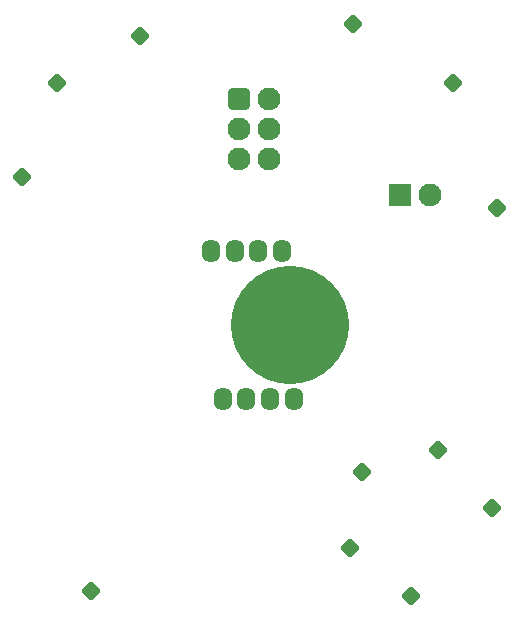
<source format=gbr>
%TF.GenerationSoftware,KiCad,Pcbnew,8.0.7*%
%TF.CreationDate,2025-09-19T21:14:16-06:00*%
%TF.ProjectId,MiniBall,4d696e69-4261-46c6-9c2e-6b696361645f,rev?*%
%TF.SameCoordinates,Original*%
%TF.FileFunction,Soldermask,Bot*%
%TF.FilePolarity,Negative*%
%FSLAX46Y46*%
G04 Gerber Fmt 4.6, Leading zero omitted, Abs format (unit mm)*
G04 Created by KiCad (PCBNEW 8.0.7) date 2025-09-19 21:14:16*
%MOMM*%
%LPD*%
G01*
G04 APERTURE LIST*
G04 Aperture macros list*
%AMRoundRect*
0 Rectangle with rounded corners*
0 $1 Rounding radius*
0 $2 $3 $4 $5 $6 $7 $8 $9 X,Y pos of 4 corners*
0 Add a 4 corners polygon primitive as box body*
4,1,4,$2,$3,$4,$5,$6,$7,$8,$9,$2,$3,0*
0 Add four circle primitives for the rounded corners*
1,1,$1+$1,$2,$3*
1,1,$1+$1,$4,$5*
1,1,$1+$1,$6,$7*
1,1,$1+$1,$8,$9*
0 Add four rect primitives between the rounded corners*
20,1,$1+$1,$2,$3,$4,$5,0*
20,1,$1+$1,$4,$5,$6,$7,0*
20,1,$1+$1,$6,$7,$8,$9,0*
20,1,$1+$1,$8,$9,$2,$3,0*%
G04 Aperture macros list end*
%ADD10RoundRect,0.101600X0.718420X0.000000X0.000000X0.718420X-0.718420X0.000000X0.000000X-0.718420X0*%
%ADD11RoundRect,0.482600X-0.482600X-0.482600X0.482600X-0.482600X0.482600X0.482600X-0.482600X0.482600X0*%
%ADD12C,1.930400*%
%ADD13RoundRect,0.076200X0.889000X-0.889000X0.889000X0.889000X-0.889000X0.889000X-0.889000X-0.889000X0*%
%ADD14C,10.002400*%
%ADD15O,1.552400X1.952400*%
G04 APERTURE END LIST*
D10*
%TO.C,MCH.SP.10*%
X165001100Y-84503600D03*
%TD*%
%TO.C,MCH.SP.9*%
X168301110Y-120503600D03*
%TD*%
%TO.C,MCH.SP.2*%
X157301100Y-117403600D03*
%TD*%
%TO.C,MCH.SP.3*%
X138501100Y-80503600D03*
%TD*%
%TO.C,MCH.SP.11*%
X161401100Y-127903600D03*
%TD*%
%TO.C,MCH.SP.5*%
X131501110Y-84503600D03*
%TD*%
%TO.C,MCH.SP.12*%
X128501100Y-92503600D03*
%TD*%
D11*
%TO.C,MCU.J.1*%
X146901110Y-85863600D03*
D12*
X149441110Y-85863600D03*
X146901110Y-88403600D03*
X149441110Y-88403600D03*
X146901110Y-90943600D03*
X149441110Y-90943600D03*
%TD*%
D13*
%TO.C,MCU.J.3*%
X160511100Y-94003600D03*
D12*
X163051100Y-94003600D03*
%TD*%
D10*
%TO.C,MCH.SP.8*%
X156501100Y-79503600D03*
%TD*%
D14*
%TO.C,MOS.U.2*%
X151201100Y-105003600D03*
D15*
X150501120Y-98703600D03*
X148501120Y-98703600D03*
X146501120Y-98703600D03*
X144501120Y-98703600D03*
X145501120Y-111303600D03*
X147501120Y-111303600D03*
X149501120Y-111303600D03*
X151501120Y-111303600D03*
%TD*%
D10*
%TO.C,MCH.SP.6*%
X134301110Y-127503600D03*
%TD*%
%TO.C,MCH.SP.7*%
X163701100Y-115603600D03*
%TD*%
%TO.C,MCH.SP.1*%
X168701100Y-95103600D03*
%TD*%
%TO.C,MCH.SP.4*%
X156301100Y-123903600D03*
%TD*%
M02*

</source>
